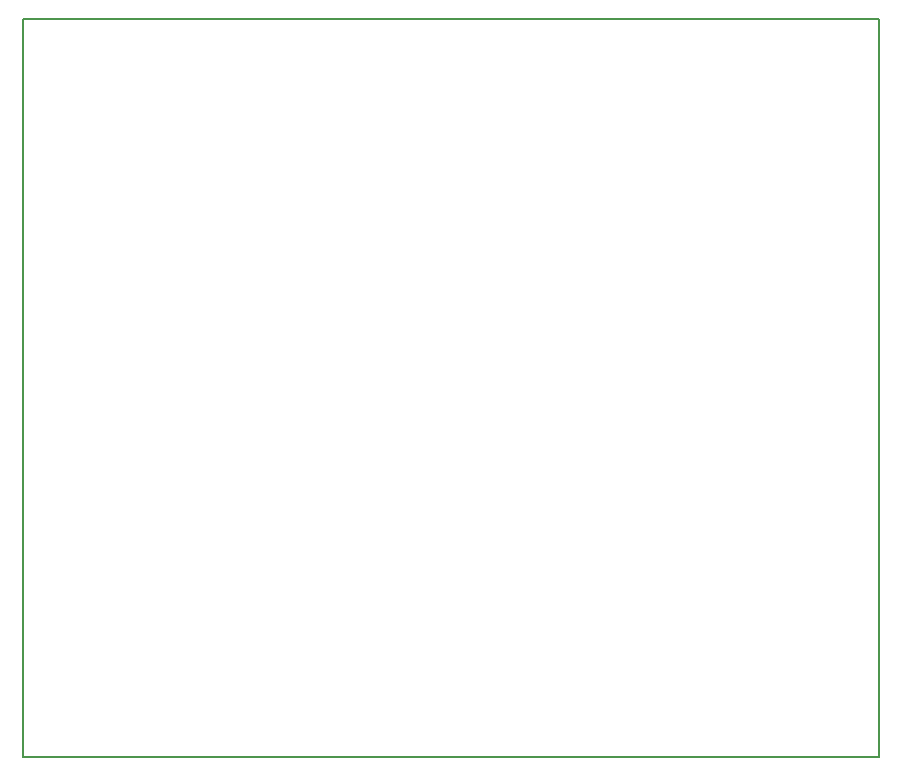
<source format=gbr>
G04 PROTEUS GERBER X2 FILE*
%TF.GenerationSoftware,Labcenter,Proteus,8.8-SP1-Build27031*%
%TF.CreationDate,2022-04-04T16:32:35+00:00*%
%TF.FileFunction,NonPlated,1,2,NPTH*%
%TF.FilePolarity,Positive*%
%TF.Part,Single*%
%TF.SameCoordinates,{f11ef5d1-6b42-4984-83c1-33555d163e1d}*%
%FSLAX45Y45*%
%MOMM*%
G01*
%TA.AperFunction,Profile*%
%ADD16C,0.203200*%
%TD.AperFunction*%
D16*
X-3250000Y-1000000D02*
X+4000000Y-1000000D01*
X+4000000Y+5250000D01*
X-3250000Y+5250000D01*
X-3250000Y-1000000D01*
M02*

</source>
